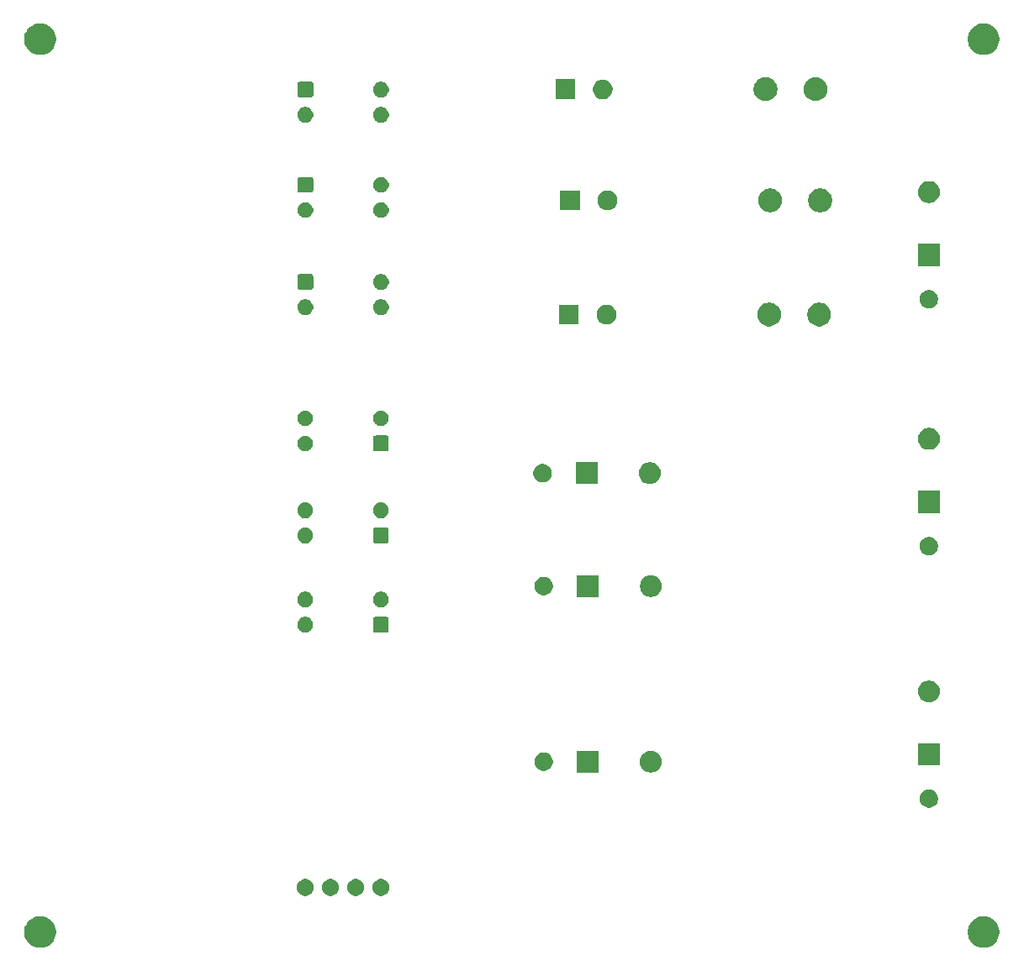
<source format=gbs>
G04 #@! TF.GenerationSoftware,KiCad,Pcbnew,9.0.0*
G04 #@! TF.CreationDate,2025-04-14T20:08:49-05:00*
G04 #@! TF.ProjectId,Fault Latch 2,4661756c-7420-44c6-9174-636820322e6b,rev?*
G04 #@! TF.SameCoordinates,Original*
G04 #@! TF.FileFunction,Soldermask,Bot*
G04 #@! TF.FilePolarity,Negative*
%FSLAX46Y46*%
G04 Gerber Fmt 4.6, Leading zero omitted, Abs format (unit mm)*
G04 Created by KiCad (PCBNEW 9.0.0) date 2025-04-14 20:08:49*
%MOMM*%
%LPD*%
G01*
G04 APERTURE LIST*
G04 APERTURE END LIST*
G36*
X80373513Y-143444208D02*
G01*
X80612293Y-143521793D01*
X80835998Y-143635776D01*
X81039117Y-143783350D01*
X81216650Y-143960883D01*
X81364224Y-144164002D01*
X81478207Y-144387707D01*
X81555792Y-144626487D01*
X81595068Y-144874465D01*
X81595068Y-145125535D01*
X81555792Y-145373513D01*
X81478207Y-145612293D01*
X81364224Y-145835998D01*
X81216650Y-146039117D01*
X81039117Y-146216650D01*
X80835998Y-146364224D01*
X80612293Y-146478207D01*
X80373513Y-146555792D01*
X80125535Y-146595068D01*
X79874465Y-146595068D01*
X79626487Y-146555792D01*
X79387707Y-146478207D01*
X79164002Y-146364224D01*
X78960883Y-146216650D01*
X78783350Y-146039117D01*
X78635776Y-145835998D01*
X78521793Y-145612293D01*
X78444208Y-145373513D01*
X78404932Y-145125535D01*
X78404932Y-144874465D01*
X78444208Y-144626487D01*
X78521793Y-144387707D01*
X78635776Y-144164002D01*
X78783350Y-143960883D01*
X78960883Y-143783350D01*
X79164002Y-143635776D01*
X79387707Y-143521793D01*
X79626487Y-143444208D01*
X79874465Y-143404932D01*
X80125535Y-143404932D01*
X80373513Y-143444208D01*
G37*
G36*
X175373513Y-143444208D02*
G01*
X175612293Y-143521793D01*
X175835998Y-143635776D01*
X176039117Y-143783350D01*
X176216650Y-143960883D01*
X176364224Y-144164002D01*
X176478207Y-144387707D01*
X176555792Y-144626487D01*
X176595068Y-144874465D01*
X176595068Y-145125535D01*
X176555792Y-145373513D01*
X176478207Y-145612293D01*
X176364224Y-145835998D01*
X176216650Y-146039117D01*
X176039117Y-146216650D01*
X175835998Y-146364224D01*
X175612293Y-146478207D01*
X175373513Y-146555792D01*
X175125535Y-146595068D01*
X174874465Y-146595068D01*
X174626487Y-146555792D01*
X174387707Y-146478207D01*
X174164002Y-146364224D01*
X173960883Y-146216650D01*
X173783350Y-146039117D01*
X173635776Y-145835998D01*
X173521793Y-145612293D01*
X173444208Y-145373513D01*
X173404932Y-145125535D01*
X173404932Y-144874465D01*
X173444208Y-144626487D01*
X173521793Y-144387707D01*
X173635776Y-144164002D01*
X173783350Y-143960883D01*
X173960883Y-143783350D01*
X174164002Y-143635776D01*
X174387707Y-143521793D01*
X174626487Y-143444208D01*
X174874465Y-143404932D01*
X175125535Y-143404932D01*
X175373513Y-143444208D01*
G37*
G36*
X106940371Y-139674639D02*
G01*
X107096580Y-139739343D01*
X107237164Y-139833278D01*
X107356722Y-139952836D01*
X107450657Y-140093420D01*
X107515361Y-140249629D01*
X107548347Y-140415460D01*
X107548347Y-140584540D01*
X107515361Y-140750371D01*
X107450657Y-140906580D01*
X107356722Y-141047164D01*
X107237164Y-141166722D01*
X107096580Y-141260657D01*
X106940371Y-141325361D01*
X106774540Y-141358347D01*
X106605460Y-141358347D01*
X106439629Y-141325361D01*
X106283420Y-141260657D01*
X106142836Y-141166722D01*
X106023278Y-141047164D01*
X105929343Y-140906580D01*
X105864639Y-140750371D01*
X105831653Y-140584540D01*
X105831653Y-140415460D01*
X105864639Y-140249629D01*
X105929343Y-140093420D01*
X106023278Y-139952836D01*
X106142836Y-139833278D01*
X106283420Y-139739343D01*
X106439629Y-139674639D01*
X106605460Y-139641653D01*
X106774540Y-139641653D01*
X106940371Y-139674639D01*
G37*
G36*
X109480371Y-139674639D02*
G01*
X109636580Y-139739343D01*
X109777164Y-139833278D01*
X109896722Y-139952836D01*
X109990657Y-140093420D01*
X110055361Y-140249629D01*
X110088347Y-140415460D01*
X110088347Y-140584540D01*
X110055361Y-140750371D01*
X109990657Y-140906580D01*
X109896722Y-141047164D01*
X109777164Y-141166722D01*
X109636580Y-141260657D01*
X109480371Y-141325361D01*
X109314540Y-141358347D01*
X109145460Y-141358347D01*
X108979629Y-141325361D01*
X108823420Y-141260657D01*
X108682836Y-141166722D01*
X108563278Y-141047164D01*
X108469343Y-140906580D01*
X108404639Y-140750371D01*
X108371653Y-140584540D01*
X108371653Y-140415460D01*
X108404639Y-140249629D01*
X108469343Y-140093420D01*
X108563278Y-139952836D01*
X108682836Y-139833278D01*
X108823420Y-139739343D01*
X108979629Y-139674639D01*
X109145460Y-139641653D01*
X109314540Y-139641653D01*
X109480371Y-139674639D01*
G37*
G36*
X112020371Y-139674639D02*
G01*
X112176580Y-139739343D01*
X112317164Y-139833278D01*
X112436722Y-139952836D01*
X112530657Y-140093420D01*
X112595361Y-140249629D01*
X112628347Y-140415460D01*
X112628347Y-140584540D01*
X112595361Y-140750371D01*
X112530657Y-140906580D01*
X112436722Y-141047164D01*
X112317164Y-141166722D01*
X112176580Y-141260657D01*
X112020371Y-141325361D01*
X111854540Y-141358347D01*
X111685460Y-141358347D01*
X111519629Y-141325361D01*
X111363420Y-141260657D01*
X111222836Y-141166722D01*
X111103278Y-141047164D01*
X111009343Y-140906580D01*
X110944639Y-140750371D01*
X110911653Y-140584540D01*
X110911653Y-140415460D01*
X110944639Y-140249629D01*
X111009343Y-140093420D01*
X111103278Y-139952836D01*
X111222836Y-139833278D01*
X111363420Y-139739343D01*
X111519629Y-139674639D01*
X111685460Y-139641653D01*
X111854540Y-139641653D01*
X112020371Y-139674639D01*
G37*
G36*
X114560371Y-139674639D02*
G01*
X114716580Y-139739343D01*
X114857164Y-139833278D01*
X114976722Y-139952836D01*
X115070657Y-140093420D01*
X115135361Y-140249629D01*
X115168347Y-140415460D01*
X115168347Y-140584540D01*
X115135361Y-140750371D01*
X115070657Y-140906580D01*
X114976722Y-141047164D01*
X114857164Y-141166722D01*
X114716580Y-141260657D01*
X114560371Y-141325361D01*
X114394540Y-141358347D01*
X114225460Y-141358347D01*
X114059629Y-141325361D01*
X113903420Y-141260657D01*
X113762836Y-141166722D01*
X113643278Y-141047164D01*
X113549343Y-140906580D01*
X113484639Y-140750371D01*
X113451653Y-140584540D01*
X113451653Y-140415460D01*
X113484639Y-140249629D01*
X113549343Y-140093420D01*
X113643278Y-139952836D01*
X113762836Y-139833278D01*
X113903420Y-139739343D01*
X114059629Y-139674639D01*
X114225460Y-139641653D01*
X114394540Y-139641653D01*
X114560371Y-139674639D01*
G37*
G36*
X169769965Y-130660045D02*
G01*
X169938399Y-130729813D01*
X170089986Y-130831100D01*
X170218900Y-130960014D01*
X170320187Y-131111601D01*
X170389955Y-131280035D01*
X170425522Y-131458844D01*
X170425522Y-131641156D01*
X170389955Y-131819965D01*
X170320187Y-131988399D01*
X170218900Y-132139986D01*
X170089986Y-132268900D01*
X169938399Y-132370187D01*
X169769965Y-132439955D01*
X169591156Y-132475522D01*
X169408844Y-132475522D01*
X169230035Y-132439955D01*
X169061601Y-132370187D01*
X168910014Y-132268900D01*
X168781100Y-132139986D01*
X168679813Y-131988399D01*
X168610045Y-131819965D01*
X168574478Y-131641156D01*
X168574478Y-131458844D01*
X168610045Y-131280035D01*
X168679813Y-131111601D01*
X168781100Y-130960014D01*
X168910014Y-130831100D01*
X169061601Y-130729813D01*
X169230035Y-130660045D01*
X169408844Y-130624478D01*
X169591156Y-130624478D01*
X169769965Y-130660045D01*
G37*
G36*
X136250563Y-128923634D02*
G01*
X134040563Y-128923634D01*
X134040563Y-126713634D01*
X136250563Y-126713634D01*
X136250563Y-128923634D01*
G37*
G36*
X141753520Y-126744165D02*
G01*
X141918428Y-126797747D01*
X142072924Y-126876467D01*
X142213203Y-126978385D01*
X142335812Y-127100994D01*
X142437730Y-127241273D01*
X142516450Y-127395769D01*
X142570032Y-127560677D01*
X142597157Y-127731937D01*
X142597157Y-127905331D01*
X142570032Y-128076591D01*
X142516450Y-128241499D01*
X142437730Y-128395995D01*
X142335812Y-128536274D01*
X142213203Y-128658883D01*
X142072924Y-128760801D01*
X141918428Y-128839521D01*
X141753520Y-128893103D01*
X141582260Y-128920228D01*
X141408866Y-128920228D01*
X141237606Y-128893103D01*
X141072698Y-128839521D01*
X140918202Y-128760801D01*
X140777923Y-128658883D01*
X140655314Y-128536274D01*
X140553396Y-128395995D01*
X140474676Y-128241499D01*
X140421094Y-128076591D01*
X140393969Y-127905331D01*
X140393969Y-127731937D01*
X140421094Y-127560677D01*
X140474676Y-127395769D01*
X140553396Y-127241273D01*
X140655314Y-127100994D01*
X140777923Y-126978385D01*
X140918202Y-126876467D01*
X141072698Y-126797747D01*
X141237606Y-126744165D01*
X141408866Y-126717040D01*
X141582260Y-126717040D01*
X141753520Y-126744165D01*
G37*
G36*
X130965528Y-126928679D02*
G01*
X131133962Y-126998447D01*
X131285549Y-127099734D01*
X131414463Y-127228648D01*
X131515750Y-127380235D01*
X131585518Y-127548669D01*
X131621085Y-127727478D01*
X131621085Y-127909790D01*
X131585518Y-128088599D01*
X131515750Y-128257033D01*
X131414463Y-128408620D01*
X131285549Y-128537534D01*
X131133962Y-128638821D01*
X130965528Y-128708589D01*
X130786719Y-128744156D01*
X130604407Y-128744156D01*
X130425598Y-128708589D01*
X130257164Y-128638821D01*
X130105577Y-128537534D01*
X129976663Y-128408620D01*
X129875376Y-128257033D01*
X129805608Y-128088599D01*
X129770041Y-127909790D01*
X129770041Y-127727478D01*
X129805608Y-127548669D01*
X129875376Y-127380235D01*
X129976663Y-127228648D01*
X130105577Y-127099734D01*
X130257164Y-126998447D01*
X130425598Y-126928679D01*
X130604407Y-126893112D01*
X130786719Y-126893112D01*
X130965528Y-126928679D01*
G37*
G36*
X170605000Y-128205000D02*
G01*
X168395000Y-128205000D01*
X168395000Y-125995000D01*
X170605000Y-125995000D01*
X170605000Y-128205000D01*
G37*
G36*
X169757957Y-119675531D02*
G01*
X169922865Y-119729113D01*
X170077361Y-119807833D01*
X170217640Y-119909751D01*
X170340249Y-120032360D01*
X170442167Y-120172639D01*
X170520887Y-120327135D01*
X170574469Y-120492043D01*
X170601594Y-120663303D01*
X170601594Y-120836697D01*
X170574469Y-121007957D01*
X170520887Y-121172865D01*
X170442167Y-121327361D01*
X170340249Y-121467640D01*
X170217640Y-121590249D01*
X170077361Y-121692167D01*
X169922865Y-121770887D01*
X169757957Y-121824469D01*
X169586697Y-121851594D01*
X169413303Y-121851594D01*
X169242043Y-121824469D01*
X169077135Y-121770887D01*
X168922639Y-121692167D01*
X168782360Y-121590249D01*
X168659751Y-121467640D01*
X168557833Y-121327361D01*
X168479113Y-121172865D01*
X168425531Y-121007957D01*
X168398406Y-120836697D01*
X168398406Y-120663303D01*
X168425531Y-120492043D01*
X168479113Y-120327135D01*
X168557833Y-120172639D01*
X168659751Y-120032360D01*
X168782360Y-119909751D01*
X168922639Y-119807833D01*
X169077135Y-119729113D01*
X169242043Y-119675531D01*
X169413303Y-119648406D01*
X169586697Y-119648406D01*
X169757957Y-119675531D01*
G37*
G36*
X114859850Y-113225964D02*
G01*
X114910040Y-113231787D01*
X114927189Y-113239359D01*
X114950671Y-113244030D01*
X114975810Y-113260827D01*
X114995696Y-113269608D01*
X115009277Y-113283189D01*
X115031777Y-113298223D01*
X115046810Y-113320722D01*
X115060391Y-113334303D01*
X115069170Y-113354186D01*
X115085970Y-113379329D01*
X115090641Y-113402812D01*
X115098212Y-113419959D01*
X115104033Y-113470139D01*
X115105000Y-113475000D01*
X115105000Y-114575000D01*
X115104032Y-114579863D01*
X115098212Y-114630040D01*
X115090641Y-114647185D01*
X115085970Y-114670671D01*
X115069169Y-114695815D01*
X115060391Y-114715696D01*
X115046812Y-114729274D01*
X115031777Y-114751777D01*
X115009274Y-114766812D01*
X114995696Y-114780391D01*
X114975815Y-114789169D01*
X114950671Y-114805970D01*
X114927185Y-114810641D01*
X114910040Y-114818212D01*
X114859861Y-114824032D01*
X114855000Y-114825000D01*
X113755000Y-114825000D01*
X113750138Y-114824032D01*
X113699959Y-114818212D01*
X113682812Y-114810641D01*
X113659329Y-114805970D01*
X113634186Y-114789170D01*
X113614303Y-114780391D01*
X113600722Y-114766810D01*
X113578223Y-114751777D01*
X113563189Y-114729277D01*
X113549608Y-114715696D01*
X113540827Y-114695810D01*
X113524030Y-114670671D01*
X113519359Y-114647189D01*
X113511787Y-114630040D01*
X113505964Y-114579849D01*
X113505000Y-114575000D01*
X113505000Y-113475000D01*
X113505964Y-113470150D01*
X113511787Y-113419959D01*
X113519359Y-113402808D01*
X113524030Y-113379329D01*
X113540826Y-113354191D01*
X113549608Y-113334303D01*
X113563191Y-113320719D01*
X113578223Y-113298223D01*
X113600719Y-113283191D01*
X113614303Y-113269608D01*
X113634191Y-113260826D01*
X113659329Y-113244030D01*
X113682808Y-113239359D01*
X113699959Y-113231787D01*
X113750151Y-113225964D01*
X113755000Y-113225000D01*
X114855000Y-113225000D01*
X114859850Y-113225964D01*
G37*
G36*
X106917228Y-113259448D02*
G01*
X107062117Y-113319463D01*
X107192515Y-113406592D01*
X107303408Y-113517485D01*
X107390537Y-113647883D01*
X107450552Y-113792772D01*
X107481148Y-113946586D01*
X107481148Y-114103414D01*
X107450552Y-114257228D01*
X107390537Y-114402117D01*
X107303408Y-114532515D01*
X107192515Y-114643408D01*
X107062117Y-114730537D01*
X106917228Y-114790552D01*
X106763414Y-114821148D01*
X106606586Y-114821148D01*
X106452772Y-114790552D01*
X106307883Y-114730537D01*
X106177485Y-114643408D01*
X106066592Y-114532515D01*
X105979463Y-114402117D01*
X105919448Y-114257228D01*
X105888852Y-114103414D01*
X105888852Y-113946586D01*
X105919448Y-113792772D01*
X105979463Y-113647883D01*
X106066592Y-113517485D01*
X106177485Y-113406592D01*
X106307883Y-113319463D01*
X106452772Y-113259448D01*
X106606586Y-113228852D01*
X106763414Y-113228852D01*
X106917228Y-113259448D01*
G37*
G36*
X106917228Y-110719448D02*
G01*
X107062117Y-110779463D01*
X107192515Y-110866592D01*
X107303408Y-110977485D01*
X107390537Y-111107883D01*
X107450552Y-111252772D01*
X107481148Y-111406586D01*
X107481148Y-111563414D01*
X107450552Y-111717228D01*
X107390537Y-111862117D01*
X107303408Y-111992515D01*
X107192515Y-112103408D01*
X107062117Y-112190537D01*
X106917228Y-112250552D01*
X106763414Y-112281148D01*
X106606586Y-112281148D01*
X106452772Y-112250552D01*
X106307883Y-112190537D01*
X106177485Y-112103408D01*
X106066592Y-111992515D01*
X105979463Y-111862117D01*
X105919448Y-111717228D01*
X105888852Y-111563414D01*
X105888852Y-111406586D01*
X105919448Y-111252772D01*
X105979463Y-111107883D01*
X106066592Y-110977485D01*
X106177485Y-110866592D01*
X106307883Y-110779463D01*
X106452772Y-110719448D01*
X106606586Y-110688852D01*
X106763414Y-110688852D01*
X106917228Y-110719448D01*
G37*
G36*
X114537228Y-110719448D02*
G01*
X114682117Y-110779463D01*
X114812515Y-110866592D01*
X114923408Y-110977485D01*
X115010537Y-111107883D01*
X115070552Y-111252772D01*
X115101148Y-111406586D01*
X115101148Y-111563414D01*
X115070552Y-111717228D01*
X115010537Y-111862117D01*
X114923408Y-111992515D01*
X114812515Y-112103408D01*
X114682117Y-112190537D01*
X114537228Y-112250552D01*
X114383414Y-112281148D01*
X114226586Y-112281148D01*
X114072772Y-112250552D01*
X113927883Y-112190537D01*
X113797485Y-112103408D01*
X113686592Y-111992515D01*
X113599463Y-111862117D01*
X113539448Y-111717228D01*
X113508852Y-111563414D01*
X113508852Y-111406586D01*
X113539448Y-111252772D01*
X113599463Y-111107883D01*
X113686592Y-110977485D01*
X113797485Y-110866592D01*
X113927883Y-110779463D01*
X114072772Y-110719448D01*
X114226586Y-110688852D01*
X114383414Y-110688852D01*
X114537228Y-110719448D01*
G37*
G36*
X136255000Y-111220000D02*
G01*
X134045000Y-111220000D01*
X134045000Y-109010000D01*
X136255000Y-109010000D01*
X136255000Y-111220000D01*
G37*
G36*
X141757957Y-109040531D02*
G01*
X141922865Y-109094113D01*
X142077361Y-109172833D01*
X142217640Y-109274751D01*
X142340249Y-109397360D01*
X142442167Y-109537639D01*
X142520887Y-109692135D01*
X142574469Y-109857043D01*
X142601594Y-110028303D01*
X142601594Y-110201697D01*
X142574469Y-110372957D01*
X142520887Y-110537865D01*
X142442167Y-110692361D01*
X142340249Y-110832640D01*
X142217640Y-110955249D01*
X142077361Y-111057167D01*
X141922865Y-111135887D01*
X141757957Y-111189469D01*
X141586697Y-111216594D01*
X141413303Y-111216594D01*
X141242043Y-111189469D01*
X141077135Y-111135887D01*
X140922639Y-111057167D01*
X140782360Y-110955249D01*
X140659751Y-110832640D01*
X140557833Y-110692361D01*
X140479113Y-110537865D01*
X140425531Y-110372957D01*
X140398406Y-110201697D01*
X140398406Y-110028303D01*
X140425531Y-109857043D01*
X140479113Y-109692135D01*
X140557833Y-109537639D01*
X140659751Y-109397360D01*
X140782360Y-109274751D01*
X140922639Y-109172833D01*
X141077135Y-109094113D01*
X141242043Y-109040531D01*
X141413303Y-109013406D01*
X141586697Y-109013406D01*
X141757957Y-109040531D01*
G37*
G36*
X130969965Y-109225045D02*
G01*
X131138399Y-109294813D01*
X131289986Y-109396100D01*
X131418900Y-109525014D01*
X131520187Y-109676601D01*
X131589955Y-109845035D01*
X131625522Y-110023844D01*
X131625522Y-110206156D01*
X131589955Y-110384965D01*
X131520187Y-110553399D01*
X131418900Y-110704986D01*
X131289986Y-110833900D01*
X131138399Y-110935187D01*
X130969965Y-111004955D01*
X130791156Y-111040522D01*
X130608844Y-111040522D01*
X130430035Y-111004955D01*
X130261601Y-110935187D01*
X130110014Y-110833900D01*
X129981100Y-110704986D01*
X129879813Y-110553399D01*
X129810045Y-110384965D01*
X129774478Y-110206156D01*
X129774478Y-110023844D01*
X129810045Y-109845035D01*
X129879813Y-109676601D01*
X129981100Y-109525014D01*
X130110014Y-109396100D01*
X130261601Y-109294813D01*
X130430035Y-109225045D01*
X130608844Y-109189478D01*
X130791156Y-109189478D01*
X130969965Y-109225045D01*
G37*
G36*
X169769965Y-105197545D02*
G01*
X169938399Y-105267313D01*
X170089986Y-105368600D01*
X170218900Y-105497514D01*
X170320187Y-105649101D01*
X170389955Y-105817535D01*
X170425522Y-105996344D01*
X170425522Y-106178656D01*
X170389955Y-106357465D01*
X170320187Y-106525899D01*
X170218900Y-106677486D01*
X170089986Y-106806400D01*
X169938399Y-106907687D01*
X169769965Y-106977455D01*
X169591156Y-107013022D01*
X169408844Y-107013022D01*
X169230035Y-106977455D01*
X169061601Y-106907687D01*
X168910014Y-106806400D01*
X168781100Y-106677486D01*
X168679813Y-106525899D01*
X168610045Y-106357465D01*
X168574478Y-106178656D01*
X168574478Y-105996344D01*
X168610045Y-105817535D01*
X168679813Y-105649101D01*
X168781100Y-105497514D01*
X168910014Y-105368600D01*
X169061601Y-105267313D01*
X169230035Y-105197545D01*
X169408844Y-105161978D01*
X169591156Y-105161978D01*
X169769965Y-105197545D01*
G37*
G36*
X114859850Y-104225964D02*
G01*
X114910040Y-104231787D01*
X114927189Y-104239359D01*
X114950671Y-104244030D01*
X114975810Y-104260827D01*
X114995696Y-104269608D01*
X115009277Y-104283189D01*
X115031777Y-104298223D01*
X115046810Y-104320722D01*
X115060391Y-104334303D01*
X115069170Y-104354186D01*
X115085970Y-104379329D01*
X115090641Y-104402812D01*
X115098212Y-104419959D01*
X115104033Y-104470139D01*
X115105000Y-104475000D01*
X115105000Y-105575000D01*
X115104032Y-105579863D01*
X115098212Y-105630040D01*
X115090641Y-105647185D01*
X115085970Y-105670671D01*
X115069169Y-105695815D01*
X115060391Y-105715696D01*
X115046812Y-105729274D01*
X115031777Y-105751777D01*
X115009274Y-105766812D01*
X114995696Y-105780391D01*
X114975815Y-105789169D01*
X114950671Y-105805970D01*
X114927185Y-105810641D01*
X114910040Y-105818212D01*
X114859861Y-105824032D01*
X114855000Y-105825000D01*
X113755000Y-105825000D01*
X113750138Y-105824032D01*
X113699959Y-105818212D01*
X113682812Y-105810641D01*
X113659329Y-105805970D01*
X113634186Y-105789170D01*
X113614303Y-105780391D01*
X113600722Y-105766810D01*
X113578223Y-105751777D01*
X113563189Y-105729277D01*
X113549608Y-105715696D01*
X113540827Y-105695810D01*
X113524030Y-105670671D01*
X113519359Y-105647189D01*
X113511787Y-105630040D01*
X113505964Y-105579849D01*
X113505000Y-105575000D01*
X113505000Y-104475000D01*
X113505964Y-104470150D01*
X113511787Y-104419959D01*
X113519359Y-104402808D01*
X113524030Y-104379329D01*
X113540826Y-104354191D01*
X113549608Y-104334303D01*
X113563191Y-104320719D01*
X113578223Y-104298223D01*
X113600719Y-104283191D01*
X113614303Y-104269608D01*
X113634191Y-104260826D01*
X113659329Y-104244030D01*
X113682808Y-104239359D01*
X113699959Y-104231787D01*
X113750151Y-104225964D01*
X113755000Y-104225000D01*
X114855000Y-104225000D01*
X114859850Y-104225964D01*
G37*
G36*
X106917228Y-104259448D02*
G01*
X107062117Y-104319463D01*
X107192515Y-104406592D01*
X107303408Y-104517485D01*
X107390537Y-104647883D01*
X107450552Y-104792772D01*
X107481148Y-104946586D01*
X107481148Y-105103414D01*
X107450552Y-105257228D01*
X107390537Y-105402117D01*
X107303408Y-105532515D01*
X107192515Y-105643408D01*
X107062117Y-105730537D01*
X106917228Y-105790552D01*
X106763414Y-105821148D01*
X106606586Y-105821148D01*
X106452772Y-105790552D01*
X106307883Y-105730537D01*
X106177485Y-105643408D01*
X106066592Y-105532515D01*
X105979463Y-105402117D01*
X105919448Y-105257228D01*
X105888852Y-105103414D01*
X105888852Y-104946586D01*
X105919448Y-104792772D01*
X105979463Y-104647883D01*
X106066592Y-104517485D01*
X106177485Y-104406592D01*
X106307883Y-104319463D01*
X106452772Y-104259448D01*
X106606586Y-104228852D01*
X106763414Y-104228852D01*
X106917228Y-104259448D01*
G37*
G36*
X106917228Y-101719448D02*
G01*
X107062117Y-101779463D01*
X107192515Y-101866592D01*
X107303408Y-101977485D01*
X107390537Y-102107883D01*
X107450552Y-102252772D01*
X107481148Y-102406586D01*
X107481148Y-102563414D01*
X107450552Y-102717228D01*
X107390537Y-102862117D01*
X107303408Y-102992515D01*
X107192515Y-103103408D01*
X107062117Y-103190537D01*
X106917228Y-103250552D01*
X106763414Y-103281148D01*
X106606586Y-103281148D01*
X106452772Y-103250552D01*
X106307883Y-103190537D01*
X106177485Y-103103408D01*
X106066592Y-102992515D01*
X105979463Y-102862117D01*
X105919448Y-102717228D01*
X105888852Y-102563414D01*
X105888852Y-102406586D01*
X105919448Y-102252772D01*
X105979463Y-102107883D01*
X106066592Y-101977485D01*
X106177485Y-101866592D01*
X106307883Y-101779463D01*
X106452772Y-101719448D01*
X106606586Y-101688852D01*
X106763414Y-101688852D01*
X106917228Y-101719448D01*
G37*
G36*
X114537228Y-101719448D02*
G01*
X114682117Y-101779463D01*
X114812515Y-101866592D01*
X114923408Y-101977485D01*
X115010537Y-102107883D01*
X115070552Y-102252772D01*
X115101148Y-102406586D01*
X115101148Y-102563414D01*
X115070552Y-102717228D01*
X115010537Y-102862117D01*
X114923408Y-102992515D01*
X114812515Y-103103408D01*
X114682117Y-103190537D01*
X114537228Y-103250552D01*
X114383414Y-103281148D01*
X114226586Y-103281148D01*
X114072772Y-103250552D01*
X113927883Y-103190537D01*
X113797485Y-103103408D01*
X113686592Y-102992515D01*
X113599463Y-102862117D01*
X113539448Y-102717228D01*
X113508852Y-102563414D01*
X113508852Y-102406586D01*
X113539448Y-102252772D01*
X113599463Y-102107883D01*
X113686592Y-101977485D01*
X113797485Y-101866592D01*
X113927883Y-101779463D01*
X114072772Y-101719448D01*
X114226586Y-101688852D01*
X114383414Y-101688852D01*
X114537228Y-101719448D01*
G37*
G36*
X170605000Y-102742500D02*
G01*
X168395000Y-102742500D01*
X168395000Y-100532500D01*
X170605000Y-100532500D01*
X170605000Y-102742500D01*
G37*
G36*
X136142500Y-99855000D02*
G01*
X133932500Y-99855000D01*
X133932500Y-97645000D01*
X136142500Y-97645000D01*
X136142500Y-99855000D01*
G37*
G36*
X141645457Y-97675531D02*
G01*
X141810365Y-97729113D01*
X141964861Y-97807833D01*
X142105140Y-97909751D01*
X142227749Y-98032360D01*
X142329667Y-98172639D01*
X142408387Y-98327135D01*
X142461969Y-98492043D01*
X142489094Y-98663303D01*
X142489094Y-98836697D01*
X142461969Y-99007957D01*
X142408387Y-99172865D01*
X142329667Y-99327361D01*
X142227749Y-99467640D01*
X142105140Y-99590249D01*
X141964861Y-99692167D01*
X141810365Y-99770887D01*
X141645457Y-99824469D01*
X141474197Y-99851594D01*
X141300803Y-99851594D01*
X141129543Y-99824469D01*
X140964635Y-99770887D01*
X140810139Y-99692167D01*
X140669860Y-99590249D01*
X140547251Y-99467640D01*
X140445333Y-99327361D01*
X140366613Y-99172865D01*
X140313031Y-99007957D01*
X140285906Y-98836697D01*
X140285906Y-98663303D01*
X140313031Y-98492043D01*
X140366613Y-98327135D01*
X140445333Y-98172639D01*
X140547251Y-98032360D01*
X140669860Y-97909751D01*
X140810139Y-97807833D01*
X140964635Y-97729113D01*
X141129543Y-97675531D01*
X141300803Y-97648406D01*
X141474197Y-97648406D01*
X141645457Y-97675531D01*
G37*
G36*
X130857465Y-97860045D02*
G01*
X131025899Y-97929813D01*
X131177486Y-98031100D01*
X131306400Y-98160014D01*
X131407687Y-98311601D01*
X131477455Y-98480035D01*
X131513022Y-98658844D01*
X131513022Y-98841156D01*
X131477455Y-99019965D01*
X131407687Y-99188399D01*
X131306400Y-99339986D01*
X131177486Y-99468900D01*
X131025899Y-99570187D01*
X130857465Y-99639955D01*
X130678656Y-99675522D01*
X130496344Y-99675522D01*
X130317535Y-99639955D01*
X130149101Y-99570187D01*
X129997514Y-99468900D01*
X129868600Y-99339986D01*
X129767313Y-99188399D01*
X129697545Y-99019965D01*
X129661978Y-98841156D01*
X129661978Y-98658844D01*
X129697545Y-98480035D01*
X129767313Y-98311601D01*
X129868600Y-98160014D01*
X129997514Y-98031100D01*
X130149101Y-97929813D01*
X130317535Y-97860045D01*
X130496344Y-97824478D01*
X130678656Y-97824478D01*
X130857465Y-97860045D01*
G37*
G36*
X114859850Y-94950964D02*
G01*
X114910040Y-94956787D01*
X114927189Y-94964359D01*
X114950671Y-94969030D01*
X114975810Y-94985827D01*
X114995696Y-94994608D01*
X115009277Y-95008189D01*
X115031777Y-95023223D01*
X115046810Y-95045722D01*
X115060391Y-95059303D01*
X115069170Y-95079186D01*
X115085970Y-95104329D01*
X115090641Y-95127812D01*
X115098212Y-95144959D01*
X115104033Y-95195139D01*
X115105000Y-95200000D01*
X115105000Y-96300000D01*
X115104032Y-96304863D01*
X115098212Y-96355040D01*
X115090641Y-96372185D01*
X115085970Y-96395671D01*
X115069169Y-96420815D01*
X115060391Y-96440696D01*
X115046812Y-96454274D01*
X115031777Y-96476777D01*
X115009274Y-96491812D01*
X114995696Y-96505391D01*
X114975815Y-96514169D01*
X114950671Y-96530970D01*
X114927185Y-96535641D01*
X114910040Y-96543212D01*
X114859861Y-96549032D01*
X114855000Y-96550000D01*
X113755000Y-96550000D01*
X113750138Y-96549032D01*
X113699959Y-96543212D01*
X113682812Y-96535641D01*
X113659329Y-96530970D01*
X113634186Y-96514170D01*
X113614303Y-96505391D01*
X113600722Y-96491810D01*
X113578223Y-96476777D01*
X113563189Y-96454277D01*
X113549608Y-96440696D01*
X113540827Y-96420810D01*
X113524030Y-96395671D01*
X113519359Y-96372189D01*
X113511787Y-96355040D01*
X113505964Y-96304849D01*
X113505000Y-96300000D01*
X113505000Y-95200000D01*
X113505964Y-95195150D01*
X113511787Y-95144959D01*
X113519359Y-95127808D01*
X113524030Y-95104329D01*
X113540826Y-95079191D01*
X113549608Y-95059303D01*
X113563191Y-95045719D01*
X113578223Y-95023223D01*
X113600719Y-95008191D01*
X113614303Y-94994608D01*
X113634191Y-94985826D01*
X113659329Y-94969030D01*
X113682808Y-94964359D01*
X113699959Y-94956787D01*
X113750151Y-94950964D01*
X113755000Y-94950000D01*
X114855000Y-94950000D01*
X114859850Y-94950964D01*
G37*
G36*
X106917228Y-94984448D02*
G01*
X107062117Y-95044463D01*
X107192515Y-95131592D01*
X107303408Y-95242485D01*
X107390537Y-95372883D01*
X107450552Y-95517772D01*
X107481148Y-95671586D01*
X107481148Y-95828414D01*
X107450552Y-95982228D01*
X107390537Y-96127117D01*
X107303408Y-96257515D01*
X107192515Y-96368408D01*
X107062117Y-96455537D01*
X106917228Y-96515552D01*
X106763414Y-96546148D01*
X106606586Y-96546148D01*
X106452772Y-96515552D01*
X106307883Y-96455537D01*
X106177485Y-96368408D01*
X106066592Y-96257515D01*
X105979463Y-96127117D01*
X105919448Y-95982228D01*
X105888852Y-95828414D01*
X105888852Y-95671586D01*
X105919448Y-95517772D01*
X105979463Y-95372883D01*
X106066592Y-95242485D01*
X106177485Y-95131592D01*
X106307883Y-95044463D01*
X106452772Y-94984448D01*
X106606586Y-94953852D01*
X106763414Y-94953852D01*
X106917228Y-94984448D01*
G37*
G36*
X169757957Y-94213031D02*
G01*
X169922865Y-94266613D01*
X170077361Y-94345333D01*
X170217640Y-94447251D01*
X170340249Y-94569860D01*
X170442167Y-94710139D01*
X170520887Y-94864635D01*
X170574469Y-95029543D01*
X170601594Y-95200803D01*
X170601594Y-95374197D01*
X170574469Y-95545457D01*
X170520887Y-95710365D01*
X170442167Y-95864861D01*
X170340249Y-96005140D01*
X170217640Y-96127749D01*
X170077361Y-96229667D01*
X169922865Y-96308387D01*
X169757957Y-96361969D01*
X169586697Y-96389094D01*
X169413303Y-96389094D01*
X169242043Y-96361969D01*
X169077135Y-96308387D01*
X168922639Y-96229667D01*
X168782360Y-96127749D01*
X168659751Y-96005140D01*
X168557833Y-95864861D01*
X168479113Y-95710365D01*
X168425531Y-95545457D01*
X168398406Y-95374197D01*
X168398406Y-95200803D01*
X168425531Y-95029543D01*
X168479113Y-94864635D01*
X168557833Y-94710139D01*
X168659751Y-94569860D01*
X168782360Y-94447251D01*
X168922639Y-94345333D01*
X169077135Y-94266613D01*
X169242043Y-94213031D01*
X169413303Y-94185906D01*
X169586697Y-94185906D01*
X169757957Y-94213031D01*
G37*
G36*
X106917228Y-92444448D02*
G01*
X107062117Y-92504463D01*
X107192515Y-92591592D01*
X107303408Y-92702485D01*
X107390537Y-92832883D01*
X107450552Y-92977772D01*
X107481148Y-93131586D01*
X107481148Y-93288414D01*
X107450552Y-93442228D01*
X107390537Y-93587117D01*
X107303408Y-93717515D01*
X107192515Y-93828408D01*
X107062117Y-93915537D01*
X106917228Y-93975552D01*
X106763414Y-94006148D01*
X106606586Y-94006148D01*
X106452772Y-93975552D01*
X106307883Y-93915537D01*
X106177485Y-93828408D01*
X106066592Y-93717515D01*
X105979463Y-93587117D01*
X105919448Y-93442228D01*
X105888852Y-93288414D01*
X105888852Y-93131586D01*
X105919448Y-92977772D01*
X105979463Y-92832883D01*
X106066592Y-92702485D01*
X106177485Y-92591592D01*
X106307883Y-92504463D01*
X106452772Y-92444448D01*
X106606586Y-92413852D01*
X106763414Y-92413852D01*
X106917228Y-92444448D01*
G37*
G36*
X114537228Y-92444448D02*
G01*
X114682117Y-92504463D01*
X114812515Y-92591592D01*
X114923408Y-92702485D01*
X115010537Y-92832883D01*
X115070552Y-92977772D01*
X115101148Y-93131586D01*
X115101148Y-93288414D01*
X115070552Y-93442228D01*
X115010537Y-93587117D01*
X114923408Y-93717515D01*
X114812515Y-93828408D01*
X114682117Y-93915537D01*
X114537228Y-93975552D01*
X114383414Y-94006148D01*
X114226586Y-94006148D01*
X114072772Y-93975552D01*
X113927883Y-93915537D01*
X113797485Y-93828408D01*
X113686592Y-93717515D01*
X113599463Y-93587117D01*
X113539448Y-93442228D01*
X113508852Y-93288414D01*
X113508852Y-93131586D01*
X113539448Y-92977772D01*
X113599463Y-92832883D01*
X113686592Y-92702485D01*
X113797485Y-92591592D01*
X113927883Y-92504463D01*
X114072772Y-92444448D01*
X114226586Y-92413852D01*
X114383414Y-92413852D01*
X114537228Y-92444448D01*
G37*
G36*
X153680134Y-81583156D02*
G01*
X153859220Y-81641345D01*
X154026998Y-81726832D01*
X154179338Y-81837513D01*
X154312487Y-81970662D01*
X154423168Y-82123002D01*
X154508655Y-82290780D01*
X154566844Y-82469866D01*
X154596301Y-82655849D01*
X154596301Y-82844151D01*
X154566844Y-83030134D01*
X154508655Y-83209220D01*
X154423168Y-83376998D01*
X154312487Y-83529338D01*
X154179338Y-83662487D01*
X154026998Y-83773168D01*
X153859220Y-83858655D01*
X153680134Y-83916844D01*
X153494151Y-83946301D01*
X153305849Y-83946301D01*
X153119866Y-83916844D01*
X152940780Y-83858655D01*
X152773002Y-83773168D01*
X152620662Y-83662487D01*
X152487513Y-83529338D01*
X152376832Y-83376998D01*
X152291345Y-83209220D01*
X152233156Y-83030134D01*
X152203699Y-82844151D01*
X152203699Y-82655849D01*
X152233156Y-82469866D01*
X152291345Y-82290780D01*
X152376832Y-82123002D01*
X152487513Y-81970662D01*
X152620662Y-81837513D01*
X152773002Y-81726832D01*
X152940780Y-81641345D01*
X153119866Y-81583156D01*
X153305849Y-81553699D01*
X153494151Y-81553699D01*
X153680134Y-81583156D01*
G37*
G36*
X158720134Y-81583156D02*
G01*
X158899220Y-81641345D01*
X159066998Y-81726832D01*
X159219338Y-81837513D01*
X159352487Y-81970662D01*
X159463168Y-82123002D01*
X159548655Y-82290780D01*
X159606844Y-82469866D01*
X159636301Y-82655849D01*
X159636301Y-82844151D01*
X159606844Y-83030134D01*
X159548655Y-83209220D01*
X159463168Y-83376998D01*
X159352487Y-83529338D01*
X159219338Y-83662487D01*
X159066998Y-83773168D01*
X158899220Y-83858655D01*
X158720134Y-83916844D01*
X158534151Y-83946301D01*
X158345849Y-83946301D01*
X158159866Y-83916844D01*
X157980780Y-83858655D01*
X157813002Y-83773168D01*
X157660662Y-83662487D01*
X157527513Y-83529338D01*
X157416832Y-83376998D01*
X157331345Y-83209220D01*
X157273156Y-83030134D01*
X157243699Y-82844151D01*
X157243699Y-82655849D01*
X157273156Y-82469866D01*
X157331345Y-82290780D01*
X157416832Y-82123002D01*
X157527513Y-81970662D01*
X157660662Y-81837513D01*
X157813002Y-81726832D01*
X157980780Y-81641345D01*
X158159866Y-81583156D01*
X158345849Y-81553699D01*
X158534151Y-81553699D01*
X158720134Y-81583156D01*
G37*
G36*
X134240000Y-83750000D02*
G01*
X132240000Y-83750000D01*
X132240000Y-81750000D01*
X134240000Y-81750000D01*
X134240000Y-83750000D01*
G37*
G36*
X137310285Y-81793060D02*
G01*
X137491397Y-81868079D01*
X137654393Y-81976990D01*
X137793010Y-82115607D01*
X137901921Y-82278603D01*
X137976940Y-82459715D01*
X138015185Y-82651983D01*
X138015185Y-82848017D01*
X137976940Y-83040285D01*
X137901921Y-83221397D01*
X137793010Y-83384393D01*
X137654393Y-83523010D01*
X137491397Y-83631921D01*
X137310285Y-83706940D01*
X137118017Y-83745185D01*
X136921983Y-83745185D01*
X136729715Y-83706940D01*
X136548603Y-83631921D01*
X136385607Y-83523010D01*
X136246990Y-83384393D01*
X136138079Y-83221397D01*
X136063060Y-83040285D01*
X136024815Y-82848017D01*
X136024815Y-82651983D01*
X136063060Y-82459715D01*
X136138079Y-82278603D01*
X136246990Y-82115607D01*
X136385607Y-81976990D01*
X136548603Y-81868079D01*
X136729715Y-81793060D01*
X136921983Y-81754815D01*
X137118017Y-81754815D01*
X137310285Y-81793060D01*
G37*
G36*
X106927228Y-81249448D02*
G01*
X107072117Y-81309463D01*
X107202515Y-81396592D01*
X107313408Y-81507485D01*
X107400537Y-81637883D01*
X107460552Y-81782772D01*
X107491148Y-81936586D01*
X107491148Y-82093414D01*
X107460552Y-82247228D01*
X107400537Y-82392117D01*
X107313408Y-82522515D01*
X107202515Y-82633408D01*
X107072117Y-82720537D01*
X106927228Y-82780552D01*
X106773414Y-82811148D01*
X106616586Y-82811148D01*
X106462772Y-82780552D01*
X106317883Y-82720537D01*
X106187485Y-82633408D01*
X106076592Y-82522515D01*
X105989463Y-82392117D01*
X105929448Y-82247228D01*
X105898852Y-82093414D01*
X105898852Y-81936586D01*
X105929448Y-81782772D01*
X105989463Y-81637883D01*
X106076592Y-81507485D01*
X106187485Y-81396592D01*
X106317883Y-81309463D01*
X106462772Y-81249448D01*
X106616586Y-81218852D01*
X106773414Y-81218852D01*
X106927228Y-81249448D01*
G37*
G36*
X114547228Y-81249448D02*
G01*
X114692117Y-81309463D01*
X114822515Y-81396592D01*
X114933408Y-81507485D01*
X115020537Y-81637883D01*
X115080552Y-81782772D01*
X115111148Y-81936586D01*
X115111148Y-82093414D01*
X115080552Y-82247228D01*
X115020537Y-82392117D01*
X114933408Y-82522515D01*
X114822515Y-82633408D01*
X114692117Y-82720537D01*
X114547228Y-82780552D01*
X114393414Y-82811148D01*
X114236586Y-82811148D01*
X114082772Y-82780552D01*
X113937883Y-82720537D01*
X113807485Y-82633408D01*
X113696592Y-82522515D01*
X113609463Y-82392117D01*
X113549448Y-82247228D01*
X113518852Y-82093414D01*
X113518852Y-81936586D01*
X113549448Y-81782772D01*
X113609463Y-81637883D01*
X113696592Y-81507485D01*
X113807485Y-81396592D01*
X113937883Y-81309463D01*
X114082772Y-81249448D01*
X114236586Y-81218852D01*
X114393414Y-81218852D01*
X114547228Y-81249448D01*
G37*
G36*
X169769965Y-80310045D02*
G01*
X169938399Y-80379813D01*
X170089986Y-80481100D01*
X170218900Y-80610014D01*
X170320187Y-80761601D01*
X170389955Y-80930035D01*
X170425522Y-81108844D01*
X170425522Y-81291156D01*
X170389955Y-81469965D01*
X170320187Y-81638399D01*
X170218900Y-81789986D01*
X170089986Y-81918900D01*
X169938399Y-82020187D01*
X169769965Y-82089955D01*
X169591156Y-82125522D01*
X169408844Y-82125522D01*
X169230035Y-82089955D01*
X169061601Y-82020187D01*
X168910014Y-81918900D01*
X168781100Y-81789986D01*
X168679813Y-81638399D01*
X168610045Y-81469965D01*
X168574478Y-81291156D01*
X168574478Y-81108844D01*
X168610045Y-80930035D01*
X168679813Y-80761601D01*
X168781100Y-80610014D01*
X168910014Y-80481100D01*
X169061601Y-80379813D01*
X169230035Y-80310045D01*
X169408844Y-80274478D01*
X169591156Y-80274478D01*
X169769965Y-80310045D01*
G37*
G36*
X107249850Y-78675964D02*
G01*
X107300040Y-78681787D01*
X107317189Y-78689359D01*
X107340671Y-78694030D01*
X107365810Y-78710827D01*
X107385696Y-78719608D01*
X107399277Y-78733189D01*
X107421777Y-78748223D01*
X107436810Y-78770722D01*
X107450391Y-78784303D01*
X107459170Y-78804186D01*
X107475970Y-78829329D01*
X107480641Y-78852812D01*
X107488212Y-78869959D01*
X107494033Y-78920139D01*
X107495000Y-78925000D01*
X107495000Y-80025000D01*
X107494032Y-80029863D01*
X107488212Y-80080040D01*
X107480641Y-80097185D01*
X107475970Y-80120671D01*
X107459169Y-80145815D01*
X107450391Y-80165696D01*
X107436812Y-80179274D01*
X107421777Y-80201777D01*
X107399274Y-80216812D01*
X107385696Y-80230391D01*
X107365815Y-80239169D01*
X107340671Y-80255970D01*
X107317185Y-80260641D01*
X107300040Y-80268212D01*
X107249861Y-80274032D01*
X107245000Y-80275000D01*
X106145000Y-80275000D01*
X106140138Y-80274032D01*
X106089959Y-80268212D01*
X106072812Y-80260641D01*
X106049329Y-80255970D01*
X106024186Y-80239170D01*
X106004303Y-80230391D01*
X105990722Y-80216810D01*
X105968223Y-80201777D01*
X105953189Y-80179277D01*
X105939608Y-80165696D01*
X105930827Y-80145810D01*
X105914030Y-80120671D01*
X105909359Y-80097189D01*
X105901787Y-80080040D01*
X105895964Y-80029849D01*
X105895000Y-80025000D01*
X105895000Y-78925000D01*
X105895964Y-78920150D01*
X105901787Y-78869959D01*
X105909359Y-78852808D01*
X105914030Y-78829329D01*
X105930826Y-78804191D01*
X105939608Y-78784303D01*
X105953191Y-78770719D01*
X105968223Y-78748223D01*
X105990719Y-78733191D01*
X106004303Y-78719608D01*
X106024191Y-78710826D01*
X106049329Y-78694030D01*
X106072808Y-78689359D01*
X106089959Y-78681787D01*
X106140151Y-78675964D01*
X106145000Y-78675000D01*
X107245000Y-78675000D01*
X107249850Y-78675964D01*
G37*
G36*
X114547228Y-78709448D02*
G01*
X114692117Y-78769463D01*
X114822515Y-78856592D01*
X114933408Y-78967485D01*
X115020537Y-79097883D01*
X115080552Y-79242772D01*
X115111148Y-79396586D01*
X115111148Y-79553414D01*
X115080552Y-79707228D01*
X115020537Y-79852117D01*
X114933408Y-79982515D01*
X114822515Y-80093408D01*
X114692117Y-80180537D01*
X114547228Y-80240552D01*
X114393414Y-80271148D01*
X114236586Y-80271148D01*
X114082772Y-80240552D01*
X113937883Y-80180537D01*
X113807485Y-80093408D01*
X113696592Y-79982515D01*
X113609463Y-79852117D01*
X113549448Y-79707228D01*
X113518852Y-79553414D01*
X113518852Y-79396586D01*
X113549448Y-79242772D01*
X113609463Y-79097883D01*
X113696592Y-78967485D01*
X113807485Y-78856592D01*
X113937883Y-78769463D01*
X114082772Y-78709448D01*
X114236586Y-78678852D01*
X114393414Y-78678852D01*
X114547228Y-78709448D01*
G37*
G36*
X170605000Y-77855000D02*
G01*
X168395000Y-77855000D01*
X168395000Y-75645000D01*
X170605000Y-75645000D01*
X170605000Y-77855000D01*
G37*
G36*
X106927228Y-71449448D02*
G01*
X107072117Y-71509463D01*
X107202515Y-71596592D01*
X107313408Y-71707485D01*
X107400537Y-71837883D01*
X107460552Y-71982772D01*
X107491148Y-72136586D01*
X107491148Y-72293414D01*
X107460552Y-72447228D01*
X107400537Y-72592117D01*
X107313408Y-72722515D01*
X107202515Y-72833408D01*
X107072117Y-72920537D01*
X106927228Y-72980552D01*
X106773414Y-73011148D01*
X106616586Y-73011148D01*
X106462772Y-72980552D01*
X106317883Y-72920537D01*
X106187485Y-72833408D01*
X106076592Y-72722515D01*
X105989463Y-72592117D01*
X105929448Y-72447228D01*
X105898852Y-72293414D01*
X105898852Y-72136586D01*
X105929448Y-71982772D01*
X105989463Y-71837883D01*
X106076592Y-71707485D01*
X106187485Y-71596592D01*
X106317883Y-71509463D01*
X106462772Y-71449448D01*
X106616586Y-71418852D01*
X106773414Y-71418852D01*
X106927228Y-71449448D01*
G37*
G36*
X114547228Y-71449448D02*
G01*
X114692117Y-71509463D01*
X114822515Y-71596592D01*
X114933408Y-71707485D01*
X115020537Y-71837883D01*
X115080552Y-71982772D01*
X115111148Y-72136586D01*
X115111148Y-72293414D01*
X115080552Y-72447228D01*
X115020537Y-72592117D01*
X114933408Y-72722515D01*
X114822515Y-72833408D01*
X114692117Y-72920537D01*
X114547228Y-72980552D01*
X114393414Y-73011148D01*
X114236586Y-73011148D01*
X114082772Y-72980552D01*
X113937883Y-72920537D01*
X113807485Y-72833408D01*
X113696592Y-72722515D01*
X113609463Y-72592117D01*
X113549448Y-72447228D01*
X113518852Y-72293414D01*
X113518852Y-72136586D01*
X113549448Y-71982772D01*
X113609463Y-71837883D01*
X113696592Y-71707485D01*
X113807485Y-71596592D01*
X113937883Y-71509463D01*
X114082772Y-71449448D01*
X114236586Y-71418852D01*
X114393414Y-71418852D01*
X114547228Y-71449448D01*
G37*
G36*
X153780134Y-70083156D02*
G01*
X153959220Y-70141345D01*
X154126998Y-70226832D01*
X154279338Y-70337513D01*
X154412487Y-70470662D01*
X154523168Y-70623002D01*
X154608655Y-70790780D01*
X154666844Y-70969866D01*
X154696301Y-71155849D01*
X154696301Y-71344151D01*
X154666844Y-71530134D01*
X154608655Y-71709220D01*
X154523168Y-71876998D01*
X154412487Y-72029338D01*
X154279338Y-72162487D01*
X154126998Y-72273168D01*
X153959220Y-72358655D01*
X153780134Y-72416844D01*
X153594151Y-72446301D01*
X153405849Y-72446301D01*
X153219866Y-72416844D01*
X153040780Y-72358655D01*
X152873002Y-72273168D01*
X152720662Y-72162487D01*
X152587513Y-72029338D01*
X152476832Y-71876998D01*
X152391345Y-71709220D01*
X152333156Y-71530134D01*
X152303699Y-71344151D01*
X152303699Y-71155849D01*
X152333156Y-70969866D01*
X152391345Y-70790780D01*
X152476832Y-70623002D01*
X152587513Y-70470662D01*
X152720662Y-70337513D01*
X152873002Y-70226832D01*
X153040780Y-70141345D01*
X153219866Y-70083156D01*
X153405849Y-70053699D01*
X153594151Y-70053699D01*
X153780134Y-70083156D01*
G37*
G36*
X158820134Y-70083156D02*
G01*
X158999220Y-70141345D01*
X159166998Y-70226832D01*
X159319338Y-70337513D01*
X159452487Y-70470662D01*
X159563168Y-70623002D01*
X159648655Y-70790780D01*
X159706844Y-70969866D01*
X159736301Y-71155849D01*
X159736301Y-71344151D01*
X159706844Y-71530134D01*
X159648655Y-71709220D01*
X159563168Y-71876998D01*
X159452487Y-72029338D01*
X159319338Y-72162487D01*
X159166998Y-72273168D01*
X158999220Y-72358655D01*
X158820134Y-72416844D01*
X158634151Y-72446301D01*
X158445849Y-72446301D01*
X158259866Y-72416844D01*
X158080780Y-72358655D01*
X157913002Y-72273168D01*
X157760662Y-72162487D01*
X157627513Y-72029338D01*
X157516832Y-71876998D01*
X157431345Y-71709220D01*
X157373156Y-71530134D01*
X157343699Y-71344151D01*
X157343699Y-71155849D01*
X157373156Y-70969866D01*
X157431345Y-70790780D01*
X157516832Y-70623002D01*
X157627513Y-70470662D01*
X157760662Y-70337513D01*
X157913002Y-70226832D01*
X158080780Y-70141345D01*
X158259866Y-70083156D01*
X158445849Y-70053699D01*
X158634151Y-70053699D01*
X158820134Y-70083156D01*
G37*
G36*
X134340000Y-72250000D02*
G01*
X132340000Y-72250000D01*
X132340000Y-70250000D01*
X134340000Y-70250000D01*
X134340000Y-72250000D01*
G37*
G36*
X137410285Y-70293060D02*
G01*
X137591397Y-70368079D01*
X137754393Y-70476990D01*
X137893010Y-70615607D01*
X138001921Y-70778603D01*
X138076940Y-70959715D01*
X138115185Y-71151983D01*
X138115185Y-71348017D01*
X138076940Y-71540285D01*
X138001921Y-71721397D01*
X137893010Y-71884393D01*
X137754393Y-72023010D01*
X137591397Y-72131921D01*
X137410285Y-72206940D01*
X137218017Y-72245185D01*
X137021983Y-72245185D01*
X136829715Y-72206940D01*
X136648603Y-72131921D01*
X136485607Y-72023010D01*
X136346990Y-71884393D01*
X136238079Y-71721397D01*
X136163060Y-71540285D01*
X136124815Y-71348017D01*
X136124815Y-71151983D01*
X136163060Y-70959715D01*
X136238079Y-70778603D01*
X136346990Y-70615607D01*
X136485607Y-70476990D01*
X136648603Y-70368079D01*
X136829715Y-70293060D01*
X137021983Y-70254815D01*
X137218017Y-70254815D01*
X137410285Y-70293060D01*
G37*
G36*
X169757957Y-69325531D02*
G01*
X169922865Y-69379113D01*
X170077361Y-69457833D01*
X170217640Y-69559751D01*
X170340249Y-69682360D01*
X170442167Y-69822639D01*
X170520887Y-69977135D01*
X170574469Y-70142043D01*
X170601594Y-70313303D01*
X170601594Y-70486697D01*
X170574469Y-70657957D01*
X170520887Y-70822865D01*
X170442167Y-70977361D01*
X170340249Y-71117640D01*
X170217640Y-71240249D01*
X170077361Y-71342167D01*
X169922865Y-71420887D01*
X169757957Y-71474469D01*
X169586697Y-71501594D01*
X169413303Y-71501594D01*
X169242043Y-71474469D01*
X169077135Y-71420887D01*
X168922639Y-71342167D01*
X168782360Y-71240249D01*
X168659751Y-71117640D01*
X168557833Y-70977361D01*
X168479113Y-70822865D01*
X168425531Y-70657957D01*
X168398406Y-70486697D01*
X168398406Y-70313303D01*
X168425531Y-70142043D01*
X168479113Y-69977135D01*
X168557833Y-69822639D01*
X168659751Y-69682360D01*
X168782360Y-69559751D01*
X168922639Y-69457833D01*
X169077135Y-69379113D01*
X169242043Y-69325531D01*
X169413303Y-69298406D01*
X169586697Y-69298406D01*
X169757957Y-69325531D01*
G37*
G36*
X107249850Y-68875964D02*
G01*
X107300040Y-68881787D01*
X107317189Y-68889359D01*
X107340671Y-68894030D01*
X107365810Y-68910827D01*
X107385696Y-68919608D01*
X107399277Y-68933189D01*
X107421777Y-68948223D01*
X107436810Y-68970722D01*
X107450391Y-68984303D01*
X107459170Y-69004186D01*
X107475970Y-69029329D01*
X107480641Y-69052812D01*
X107488212Y-69069959D01*
X107494033Y-69120139D01*
X107495000Y-69125000D01*
X107495000Y-70225000D01*
X107494032Y-70229863D01*
X107488212Y-70280040D01*
X107480641Y-70297185D01*
X107475970Y-70320671D01*
X107459169Y-70345815D01*
X107450391Y-70365696D01*
X107436812Y-70379274D01*
X107421777Y-70401777D01*
X107399274Y-70416812D01*
X107385696Y-70430391D01*
X107365815Y-70439169D01*
X107340671Y-70455970D01*
X107317185Y-70460641D01*
X107300040Y-70468212D01*
X107249861Y-70474032D01*
X107245000Y-70475000D01*
X106145000Y-70475000D01*
X106140138Y-70474032D01*
X106089959Y-70468212D01*
X106072812Y-70460641D01*
X106049329Y-70455970D01*
X106024186Y-70439170D01*
X106004303Y-70430391D01*
X105990722Y-70416810D01*
X105968223Y-70401777D01*
X105953189Y-70379277D01*
X105939608Y-70365696D01*
X105930827Y-70345810D01*
X105914030Y-70320671D01*
X105909359Y-70297189D01*
X105901787Y-70280040D01*
X105895964Y-70229849D01*
X105895000Y-70225000D01*
X105895000Y-69125000D01*
X105895964Y-69120150D01*
X105901787Y-69069959D01*
X105909359Y-69052808D01*
X105914030Y-69029329D01*
X105930826Y-69004191D01*
X105939608Y-68984303D01*
X105953191Y-68970719D01*
X105968223Y-68948223D01*
X105990719Y-68933191D01*
X106004303Y-68919608D01*
X106024191Y-68910826D01*
X106049329Y-68894030D01*
X106072808Y-68889359D01*
X106089959Y-68881787D01*
X106140151Y-68875964D01*
X106145000Y-68875000D01*
X107245000Y-68875000D01*
X107249850Y-68875964D01*
G37*
G36*
X114547228Y-68909448D02*
G01*
X114692117Y-68969463D01*
X114822515Y-69056592D01*
X114933408Y-69167485D01*
X115020537Y-69297883D01*
X115080552Y-69442772D01*
X115111148Y-69596586D01*
X115111148Y-69753414D01*
X115080552Y-69907228D01*
X115020537Y-70052117D01*
X114933408Y-70182515D01*
X114822515Y-70293408D01*
X114692117Y-70380537D01*
X114547228Y-70440552D01*
X114393414Y-70471148D01*
X114236586Y-70471148D01*
X114082772Y-70440552D01*
X113937883Y-70380537D01*
X113807485Y-70293408D01*
X113696592Y-70182515D01*
X113609463Y-70052117D01*
X113549448Y-69907228D01*
X113518852Y-69753414D01*
X113518852Y-69596586D01*
X113549448Y-69442772D01*
X113609463Y-69297883D01*
X113696592Y-69167485D01*
X113807485Y-69056592D01*
X113937883Y-68969463D01*
X114082772Y-68909448D01*
X114236586Y-68878852D01*
X114393414Y-68878852D01*
X114547228Y-68909448D01*
G37*
G36*
X106927228Y-61849448D02*
G01*
X107072117Y-61909463D01*
X107202515Y-61996592D01*
X107313408Y-62107485D01*
X107400537Y-62237883D01*
X107460552Y-62382772D01*
X107491148Y-62536586D01*
X107491148Y-62693414D01*
X107460552Y-62847228D01*
X107400537Y-62992117D01*
X107313408Y-63122515D01*
X107202515Y-63233408D01*
X107072117Y-63320537D01*
X106927228Y-63380552D01*
X106773414Y-63411148D01*
X106616586Y-63411148D01*
X106462772Y-63380552D01*
X106317883Y-63320537D01*
X106187485Y-63233408D01*
X106076592Y-63122515D01*
X105989463Y-62992117D01*
X105929448Y-62847228D01*
X105898852Y-62693414D01*
X105898852Y-62536586D01*
X105929448Y-62382772D01*
X105989463Y-62237883D01*
X106076592Y-62107485D01*
X106187485Y-61996592D01*
X106317883Y-61909463D01*
X106462772Y-61849448D01*
X106616586Y-61818852D01*
X106773414Y-61818852D01*
X106927228Y-61849448D01*
G37*
G36*
X114547228Y-61849448D02*
G01*
X114692117Y-61909463D01*
X114822515Y-61996592D01*
X114933408Y-62107485D01*
X115020537Y-62237883D01*
X115080552Y-62382772D01*
X115111148Y-62536586D01*
X115111148Y-62693414D01*
X115080552Y-62847228D01*
X115020537Y-62992117D01*
X114933408Y-63122515D01*
X114822515Y-63233408D01*
X114692117Y-63320537D01*
X114547228Y-63380552D01*
X114393414Y-63411148D01*
X114236586Y-63411148D01*
X114082772Y-63380552D01*
X113937883Y-63320537D01*
X113807485Y-63233408D01*
X113696592Y-63122515D01*
X113609463Y-62992117D01*
X113549448Y-62847228D01*
X113518852Y-62693414D01*
X113518852Y-62536586D01*
X113549448Y-62382772D01*
X113609463Y-62237883D01*
X113696592Y-62107485D01*
X113807485Y-61996592D01*
X113937883Y-61909463D01*
X114082772Y-61849448D01*
X114236586Y-61818852D01*
X114393414Y-61818852D01*
X114547228Y-61849448D01*
G37*
G36*
X153312634Y-58880656D02*
G01*
X153491720Y-58938845D01*
X153659498Y-59024332D01*
X153811838Y-59135013D01*
X153944987Y-59268162D01*
X154055668Y-59420502D01*
X154141155Y-59588280D01*
X154199344Y-59767366D01*
X154228801Y-59953349D01*
X154228801Y-60141651D01*
X154199344Y-60327634D01*
X154141155Y-60506720D01*
X154055668Y-60674498D01*
X153944987Y-60826838D01*
X153811838Y-60959987D01*
X153659498Y-61070668D01*
X153491720Y-61156155D01*
X153312634Y-61214344D01*
X153126651Y-61243801D01*
X152938349Y-61243801D01*
X152752366Y-61214344D01*
X152573280Y-61156155D01*
X152405502Y-61070668D01*
X152253162Y-60959987D01*
X152120013Y-60826838D01*
X152009332Y-60674498D01*
X151923845Y-60506720D01*
X151865656Y-60327634D01*
X151836199Y-60141651D01*
X151836199Y-59953349D01*
X151865656Y-59767366D01*
X151923845Y-59588280D01*
X152009332Y-59420502D01*
X152120013Y-59268162D01*
X152253162Y-59135013D01*
X152405502Y-59024332D01*
X152573280Y-58938845D01*
X152752366Y-58880656D01*
X152938349Y-58851199D01*
X153126651Y-58851199D01*
X153312634Y-58880656D01*
G37*
G36*
X158352634Y-58880656D02*
G01*
X158531720Y-58938845D01*
X158699498Y-59024332D01*
X158851838Y-59135013D01*
X158984987Y-59268162D01*
X159095668Y-59420502D01*
X159181155Y-59588280D01*
X159239344Y-59767366D01*
X159268801Y-59953349D01*
X159268801Y-60141651D01*
X159239344Y-60327634D01*
X159181155Y-60506720D01*
X159095668Y-60674498D01*
X158984987Y-60826838D01*
X158851838Y-60959987D01*
X158699498Y-61070668D01*
X158531720Y-61156155D01*
X158352634Y-61214344D01*
X158166651Y-61243801D01*
X157978349Y-61243801D01*
X157792366Y-61214344D01*
X157613280Y-61156155D01*
X157445502Y-61070668D01*
X157293162Y-60959987D01*
X157160013Y-60826838D01*
X157049332Y-60674498D01*
X156963845Y-60506720D01*
X156905656Y-60327634D01*
X156876199Y-60141651D01*
X156876199Y-59953349D01*
X156905656Y-59767366D01*
X156963845Y-59588280D01*
X157049332Y-59420502D01*
X157160013Y-59268162D01*
X157293162Y-59135013D01*
X157445502Y-59024332D01*
X157613280Y-58938845D01*
X157792366Y-58880656D01*
X157978349Y-58851199D01*
X158166651Y-58851199D01*
X158352634Y-58880656D01*
G37*
G36*
X133872500Y-61047500D02*
G01*
X131872500Y-61047500D01*
X131872500Y-59047500D01*
X133872500Y-59047500D01*
X133872500Y-61047500D01*
G37*
G36*
X136942785Y-59090560D02*
G01*
X137123897Y-59165579D01*
X137286893Y-59274490D01*
X137425510Y-59413107D01*
X137534421Y-59576103D01*
X137609440Y-59757215D01*
X137647685Y-59949483D01*
X137647685Y-60145517D01*
X137609440Y-60337785D01*
X137534421Y-60518897D01*
X137425510Y-60681893D01*
X137286893Y-60820510D01*
X137123897Y-60929421D01*
X136942785Y-61004440D01*
X136750517Y-61042685D01*
X136554483Y-61042685D01*
X136362215Y-61004440D01*
X136181103Y-60929421D01*
X136018107Y-60820510D01*
X135879490Y-60681893D01*
X135770579Y-60518897D01*
X135695560Y-60337785D01*
X135657315Y-60145517D01*
X135657315Y-59949483D01*
X135695560Y-59757215D01*
X135770579Y-59576103D01*
X135879490Y-59413107D01*
X136018107Y-59274490D01*
X136181103Y-59165579D01*
X136362215Y-59090560D01*
X136554483Y-59052315D01*
X136750517Y-59052315D01*
X136942785Y-59090560D01*
G37*
G36*
X107249850Y-59275964D02*
G01*
X107300040Y-59281787D01*
X107317189Y-59289359D01*
X107340671Y-59294030D01*
X107365810Y-59310827D01*
X107385696Y-59319608D01*
X107399277Y-59333189D01*
X107421777Y-59348223D01*
X107436810Y-59370722D01*
X107450391Y-59384303D01*
X107459170Y-59404186D01*
X107475970Y-59429329D01*
X107480641Y-59452812D01*
X107488212Y-59469959D01*
X107494033Y-59520139D01*
X107495000Y-59525000D01*
X107495000Y-60625000D01*
X107494032Y-60629863D01*
X107488212Y-60680040D01*
X107480641Y-60697185D01*
X107475970Y-60720671D01*
X107459169Y-60745815D01*
X107450391Y-60765696D01*
X107436812Y-60779274D01*
X107421777Y-60801777D01*
X107399274Y-60816812D01*
X107385696Y-60830391D01*
X107365815Y-60839169D01*
X107340671Y-60855970D01*
X107317185Y-60860641D01*
X107300040Y-60868212D01*
X107249861Y-60874032D01*
X107245000Y-60875000D01*
X106145000Y-60875000D01*
X106140138Y-60874032D01*
X106089959Y-60868212D01*
X106072812Y-60860641D01*
X106049329Y-60855970D01*
X106024186Y-60839170D01*
X106004303Y-60830391D01*
X105990722Y-60816810D01*
X105968223Y-60801777D01*
X105953189Y-60779277D01*
X105939608Y-60765696D01*
X105930827Y-60745810D01*
X105914030Y-60720671D01*
X105909359Y-60697189D01*
X105901787Y-60680040D01*
X105895964Y-60629849D01*
X105895000Y-60625000D01*
X105895000Y-59525000D01*
X105895964Y-59520150D01*
X105901787Y-59469959D01*
X105909359Y-59452808D01*
X105914030Y-59429329D01*
X105930826Y-59404191D01*
X105939608Y-59384303D01*
X105953191Y-59370719D01*
X105968223Y-59348223D01*
X105990719Y-59333191D01*
X106004303Y-59319608D01*
X106024191Y-59310826D01*
X106049329Y-59294030D01*
X106072808Y-59289359D01*
X106089959Y-59281787D01*
X106140151Y-59275964D01*
X106145000Y-59275000D01*
X107245000Y-59275000D01*
X107249850Y-59275964D01*
G37*
G36*
X114547228Y-59309448D02*
G01*
X114692117Y-59369463D01*
X114822515Y-59456592D01*
X114933408Y-59567485D01*
X115020537Y-59697883D01*
X115080552Y-59842772D01*
X115111148Y-59996586D01*
X115111148Y-60153414D01*
X115080552Y-60307228D01*
X115020537Y-60452117D01*
X114933408Y-60582515D01*
X114822515Y-60693408D01*
X114692117Y-60780537D01*
X114547228Y-60840552D01*
X114393414Y-60871148D01*
X114236586Y-60871148D01*
X114082772Y-60840552D01*
X113937883Y-60780537D01*
X113807485Y-60693408D01*
X113696592Y-60582515D01*
X113609463Y-60452117D01*
X113549448Y-60307228D01*
X113518852Y-60153414D01*
X113518852Y-59996586D01*
X113549448Y-59842772D01*
X113609463Y-59697883D01*
X113696592Y-59567485D01*
X113807485Y-59456592D01*
X113937883Y-59369463D01*
X114082772Y-59309448D01*
X114236586Y-59278852D01*
X114393414Y-59278852D01*
X114547228Y-59309448D01*
G37*
G36*
X80373513Y-53444208D02*
G01*
X80612293Y-53521793D01*
X80835998Y-53635776D01*
X81039117Y-53783350D01*
X81216650Y-53960883D01*
X81364224Y-54164002D01*
X81478207Y-54387707D01*
X81555792Y-54626487D01*
X81595068Y-54874465D01*
X81595068Y-55125535D01*
X81555792Y-55373513D01*
X81478207Y-55612293D01*
X81364224Y-55835998D01*
X81216650Y-56039117D01*
X81039117Y-56216650D01*
X80835998Y-56364224D01*
X80612293Y-56478207D01*
X80373513Y-56555792D01*
X80125535Y-56595068D01*
X79874465Y-56595068D01*
X79626487Y-56555792D01*
X79387707Y-56478207D01*
X79164002Y-56364224D01*
X78960883Y-56216650D01*
X78783350Y-56039117D01*
X78635776Y-55835998D01*
X78521793Y-55612293D01*
X78444208Y-55373513D01*
X78404932Y-55125535D01*
X78404932Y-54874465D01*
X78444208Y-54626487D01*
X78521793Y-54387707D01*
X78635776Y-54164002D01*
X78783350Y-53960883D01*
X78960883Y-53783350D01*
X79164002Y-53635776D01*
X79387707Y-53521793D01*
X79626487Y-53444208D01*
X79874465Y-53404932D01*
X80125535Y-53404932D01*
X80373513Y-53444208D01*
G37*
G36*
X175373513Y-53444208D02*
G01*
X175612293Y-53521793D01*
X175835998Y-53635776D01*
X176039117Y-53783350D01*
X176216650Y-53960883D01*
X176364224Y-54164002D01*
X176478207Y-54387707D01*
X176555792Y-54626487D01*
X176595068Y-54874465D01*
X176595068Y-55125535D01*
X176555792Y-55373513D01*
X176478207Y-55612293D01*
X176364224Y-55835998D01*
X176216650Y-56039117D01*
X176039117Y-56216650D01*
X175835998Y-56364224D01*
X175612293Y-56478207D01*
X175373513Y-56555792D01*
X175125535Y-56595068D01*
X174874465Y-56595068D01*
X174626487Y-56555792D01*
X174387707Y-56478207D01*
X174164002Y-56364224D01*
X173960883Y-56216650D01*
X173783350Y-56039117D01*
X173635776Y-55835998D01*
X173521793Y-55612293D01*
X173444208Y-55373513D01*
X173404932Y-55125535D01*
X173404932Y-54874465D01*
X173444208Y-54626487D01*
X173521793Y-54387707D01*
X173635776Y-54164002D01*
X173783350Y-53960883D01*
X173960883Y-53783350D01*
X174164002Y-53635776D01*
X174387707Y-53521793D01*
X174626487Y-53444208D01*
X174874465Y-53404932D01*
X175125535Y-53404932D01*
X175373513Y-53444208D01*
G37*
M02*

</source>
